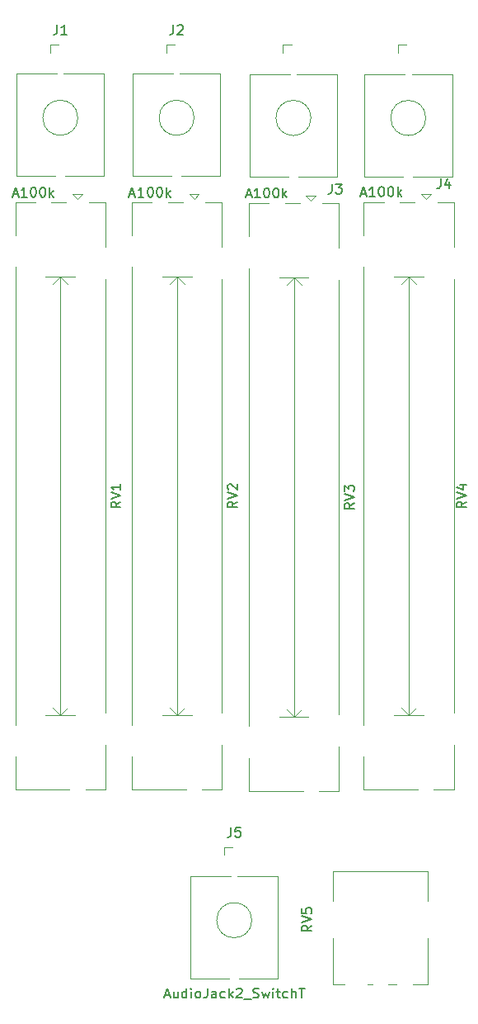
<source format=gbr>
%TF.GenerationSoftware,KiCad,Pcbnew,6.0.11+dfsg-1~bpo11+1*%
%TF.CreationDate,2023-04-14T14:38:55+08:00*%
%TF.ProjectId,MiniMix - Main,4d696e69-4d69-4782-902d-204d61696e2e,rev?*%
%TF.SameCoordinates,Original*%
%TF.FileFunction,Legend,Top*%
%TF.FilePolarity,Positive*%
%FSLAX46Y46*%
G04 Gerber Fmt 4.6, Leading zero omitted, Abs format (unit mm)*
G04 Created by KiCad (PCBNEW 6.0.11+dfsg-1~bpo11+1) date 2023-04-14 14:38:55*
%MOMM*%
%LPD*%
G01*
G04 APERTURE LIST*
%ADD10C,0.150000*%
%ADD11C,0.120000*%
G04 APERTURE END LIST*
D10*
%TO.C,RV1*%
X159331655Y-104645238D02*
X158855465Y-104978571D01*
X159331655Y-105216666D02*
X158331655Y-105216666D01*
X158331655Y-104835714D01*
X158379275Y-104740476D01*
X158426894Y-104692857D01*
X158522132Y-104645238D01*
X158664989Y-104645238D01*
X158760227Y-104692857D01*
X158807846Y-104740476D01*
X158855465Y-104835714D01*
X158855465Y-105216666D01*
X158331655Y-104359523D02*
X159331655Y-104026190D01*
X158331655Y-103692857D01*
X159331655Y-102835714D02*
X159331655Y-103407142D01*
X159331655Y-103121428D02*
X158331655Y-103121428D01*
X158474513Y-103216666D01*
X158569751Y-103311904D01*
X158617370Y-103407142D01*
X148278571Y-73116666D02*
X148754761Y-73116666D01*
X148183333Y-73402380D02*
X148516666Y-72402380D01*
X148850000Y-73402380D01*
X149707142Y-73402380D02*
X149135714Y-73402380D01*
X149421428Y-73402380D02*
X149421428Y-72402380D01*
X149326190Y-72545238D01*
X149230952Y-72640476D01*
X149135714Y-72688095D01*
X150326190Y-72402380D02*
X150421428Y-72402380D01*
X150516666Y-72450000D01*
X150564285Y-72497619D01*
X150611904Y-72592857D01*
X150659523Y-72783333D01*
X150659523Y-73021428D01*
X150611904Y-73211904D01*
X150564285Y-73307142D01*
X150516666Y-73354761D01*
X150421428Y-73402380D01*
X150326190Y-73402380D01*
X150230952Y-73354761D01*
X150183333Y-73307142D01*
X150135714Y-73211904D01*
X150088095Y-73021428D01*
X150088095Y-72783333D01*
X150135714Y-72592857D01*
X150183333Y-72497619D01*
X150230952Y-72450000D01*
X150326190Y-72402380D01*
X151278571Y-72402380D02*
X151373809Y-72402380D01*
X151469047Y-72450000D01*
X151516666Y-72497619D01*
X151564285Y-72592857D01*
X151611904Y-72783333D01*
X151611904Y-73021428D01*
X151564285Y-73211904D01*
X151516666Y-73307142D01*
X151469047Y-73354761D01*
X151373809Y-73402380D01*
X151278571Y-73402380D01*
X151183333Y-73354761D01*
X151135714Y-73307142D01*
X151088095Y-73211904D01*
X151040476Y-73021428D01*
X151040476Y-72783333D01*
X151088095Y-72592857D01*
X151135714Y-72497619D01*
X151183333Y-72450000D01*
X151278571Y-72402380D01*
X152040476Y-73402380D02*
X152040476Y-72402380D01*
X152135714Y-73021428D02*
X152421428Y-73402380D01*
X152421428Y-72735714D02*
X152040476Y-73116666D01*
%TO.C,J3*%
X181046666Y-72062380D02*
X181046666Y-72776666D01*
X180999047Y-72919523D01*
X180903809Y-73014761D01*
X180760952Y-73062380D01*
X180665714Y-73062380D01*
X181427619Y-72062380D02*
X182046666Y-72062380D01*
X181713333Y-72443333D01*
X181856190Y-72443333D01*
X181951428Y-72490952D01*
X181999047Y-72538571D01*
X182046666Y-72633809D01*
X182046666Y-72871904D01*
X181999047Y-72967142D01*
X181951428Y-73014761D01*
X181856190Y-73062380D01*
X181570476Y-73062380D01*
X181475238Y-73014761D01*
X181427619Y-72967142D01*
%TO.C,J2*%
X164745941Y-55752380D02*
X164745941Y-56466666D01*
X164698322Y-56609523D01*
X164603084Y-56704761D01*
X164460227Y-56752380D01*
X164364989Y-56752380D01*
X165174513Y-55847619D02*
X165222132Y-55800000D01*
X165317370Y-55752380D01*
X165555465Y-55752380D01*
X165650703Y-55800000D01*
X165698322Y-55847619D01*
X165745941Y-55942857D01*
X165745941Y-56038095D01*
X165698322Y-56180952D01*
X165126894Y-56752380D01*
X165745941Y-56752380D01*
%TO.C,RV4*%
X194852380Y-104645238D02*
X194376190Y-104978571D01*
X194852380Y-105216666D02*
X193852380Y-105216666D01*
X193852380Y-104835714D01*
X193900000Y-104740476D01*
X193947619Y-104692857D01*
X194042857Y-104645238D01*
X194185714Y-104645238D01*
X194280952Y-104692857D01*
X194328571Y-104740476D01*
X194376190Y-104835714D01*
X194376190Y-105216666D01*
X193852380Y-104359523D02*
X194852380Y-104026190D01*
X193852380Y-103692857D01*
X194185714Y-102930952D02*
X194852380Y-102930952D01*
X193804761Y-103169047D02*
X194519047Y-103407142D01*
X194519047Y-102788095D01*
X184028571Y-73066666D02*
X184504761Y-73066666D01*
X183933333Y-73352380D02*
X184266666Y-72352380D01*
X184600000Y-73352380D01*
X185457142Y-73352380D02*
X184885714Y-73352380D01*
X185171428Y-73352380D02*
X185171428Y-72352380D01*
X185076190Y-72495238D01*
X184980952Y-72590476D01*
X184885714Y-72638095D01*
X186076190Y-72352380D02*
X186171428Y-72352380D01*
X186266666Y-72400000D01*
X186314285Y-72447619D01*
X186361904Y-72542857D01*
X186409523Y-72733333D01*
X186409523Y-72971428D01*
X186361904Y-73161904D01*
X186314285Y-73257142D01*
X186266666Y-73304761D01*
X186171428Y-73352380D01*
X186076190Y-73352380D01*
X185980952Y-73304761D01*
X185933333Y-73257142D01*
X185885714Y-73161904D01*
X185838095Y-72971428D01*
X185838095Y-72733333D01*
X185885714Y-72542857D01*
X185933333Y-72447619D01*
X185980952Y-72400000D01*
X186076190Y-72352380D01*
X187028571Y-72352380D02*
X187123809Y-72352380D01*
X187219047Y-72400000D01*
X187266666Y-72447619D01*
X187314285Y-72542857D01*
X187361904Y-72733333D01*
X187361904Y-72971428D01*
X187314285Y-73161904D01*
X187266666Y-73257142D01*
X187219047Y-73304761D01*
X187123809Y-73352380D01*
X187028571Y-73352380D01*
X186933333Y-73304761D01*
X186885714Y-73257142D01*
X186838095Y-73161904D01*
X186790476Y-72971428D01*
X186790476Y-72733333D01*
X186838095Y-72542857D01*
X186885714Y-72447619D01*
X186933333Y-72400000D01*
X187028571Y-72352380D01*
X187790476Y-73352380D02*
X187790476Y-72352380D01*
X187885714Y-72971428D02*
X188171428Y-73352380D01*
X188171428Y-72685714D02*
X187790476Y-73066666D01*
%TO.C,RV5*%
X178952380Y-148095238D02*
X178476190Y-148428571D01*
X178952380Y-148666666D02*
X177952380Y-148666666D01*
X177952380Y-148285714D01*
X178000000Y-148190476D01*
X178047619Y-148142857D01*
X178142857Y-148095238D01*
X178285714Y-148095238D01*
X178380952Y-148142857D01*
X178428571Y-148190476D01*
X178476190Y-148285714D01*
X178476190Y-148666666D01*
X177952380Y-147809523D02*
X178952380Y-147476190D01*
X177952380Y-147142857D01*
X177952380Y-146333333D02*
X177952380Y-146809523D01*
X178428571Y-146857142D01*
X178380952Y-146809523D01*
X178333333Y-146714285D01*
X178333333Y-146476190D01*
X178380952Y-146380952D01*
X178428571Y-146333333D01*
X178523809Y-146285714D01*
X178761904Y-146285714D01*
X178857142Y-146333333D01*
X178904761Y-146380952D01*
X178952380Y-146476190D01*
X178952380Y-146714285D01*
X178904761Y-146809523D01*
X178857142Y-146857142D01*
%TO.C,J1*%
X152795941Y-55752380D02*
X152795941Y-56466666D01*
X152748322Y-56609523D01*
X152653084Y-56704761D01*
X152510227Y-56752380D01*
X152414989Y-56752380D01*
X153795941Y-56752380D02*
X153224513Y-56752380D01*
X153510227Y-56752380D02*
X153510227Y-55752380D01*
X153414989Y-55895238D01*
X153319751Y-55990476D01*
X153224513Y-56038095D01*
%TO.C,J5*%
X170666666Y-138022380D02*
X170666666Y-138736666D01*
X170619047Y-138879523D01*
X170523809Y-138974761D01*
X170380952Y-139022380D01*
X170285714Y-139022380D01*
X171619047Y-138022380D02*
X171142857Y-138022380D01*
X171095238Y-138498571D01*
X171142857Y-138450952D01*
X171238095Y-138403333D01*
X171476190Y-138403333D01*
X171571428Y-138450952D01*
X171619047Y-138498571D01*
X171666666Y-138593809D01*
X171666666Y-138831904D01*
X171619047Y-138927142D01*
X171571428Y-138974761D01*
X171476190Y-139022380D01*
X171238095Y-139022380D01*
X171142857Y-138974761D01*
X171095238Y-138927142D01*
X163857142Y-155236666D02*
X164333333Y-155236666D01*
X163761904Y-155522380D02*
X164095238Y-154522380D01*
X164428571Y-155522380D01*
X165190476Y-154855714D02*
X165190476Y-155522380D01*
X164761904Y-154855714D02*
X164761904Y-155379523D01*
X164809523Y-155474761D01*
X164904761Y-155522380D01*
X165047619Y-155522380D01*
X165142857Y-155474761D01*
X165190476Y-155427142D01*
X166095238Y-155522380D02*
X166095238Y-154522380D01*
X166095238Y-155474761D02*
X166000000Y-155522380D01*
X165809523Y-155522380D01*
X165714285Y-155474761D01*
X165666666Y-155427142D01*
X165619047Y-155331904D01*
X165619047Y-155046190D01*
X165666666Y-154950952D01*
X165714285Y-154903333D01*
X165809523Y-154855714D01*
X166000000Y-154855714D01*
X166095238Y-154903333D01*
X166571428Y-155522380D02*
X166571428Y-154855714D01*
X166571428Y-154522380D02*
X166523809Y-154570000D01*
X166571428Y-154617619D01*
X166619047Y-154570000D01*
X166571428Y-154522380D01*
X166571428Y-154617619D01*
X167190476Y-155522380D02*
X167095238Y-155474761D01*
X167047619Y-155427142D01*
X167000000Y-155331904D01*
X167000000Y-155046190D01*
X167047619Y-154950952D01*
X167095238Y-154903333D01*
X167190476Y-154855714D01*
X167333333Y-154855714D01*
X167428571Y-154903333D01*
X167476190Y-154950952D01*
X167523809Y-155046190D01*
X167523809Y-155331904D01*
X167476190Y-155427142D01*
X167428571Y-155474761D01*
X167333333Y-155522380D01*
X167190476Y-155522380D01*
X168238095Y-154522380D02*
X168238095Y-155236666D01*
X168190476Y-155379523D01*
X168095238Y-155474761D01*
X167952380Y-155522380D01*
X167857142Y-155522380D01*
X169142857Y-155522380D02*
X169142857Y-154998571D01*
X169095238Y-154903333D01*
X169000000Y-154855714D01*
X168809523Y-154855714D01*
X168714285Y-154903333D01*
X169142857Y-155474761D02*
X169047619Y-155522380D01*
X168809523Y-155522380D01*
X168714285Y-155474761D01*
X168666666Y-155379523D01*
X168666666Y-155284285D01*
X168714285Y-155189047D01*
X168809523Y-155141428D01*
X169047619Y-155141428D01*
X169142857Y-155093809D01*
X170047619Y-155474761D02*
X169952380Y-155522380D01*
X169761904Y-155522380D01*
X169666666Y-155474761D01*
X169619047Y-155427142D01*
X169571428Y-155331904D01*
X169571428Y-155046190D01*
X169619047Y-154950952D01*
X169666666Y-154903333D01*
X169761904Y-154855714D01*
X169952380Y-154855714D01*
X170047619Y-154903333D01*
X170476190Y-155522380D02*
X170476190Y-154522380D01*
X170571428Y-155141428D02*
X170857142Y-155522380D01*
X170857142Y-154855714D02*
X170476190Y-155236666D01*
X171238095Y-154617619D02*
X171285714Y-154570000D01*
X171380952Y-154522380D01*
X171619047Y-154522380D01*
X171714285Y-154570000D01*
X171761904Y-154617619D01*
X171809523Y-154712857D01*
X171809523Y-154808095D01*
X171761904Y-154950952D01*
X171190476Y-155522380D01*
X171809523Y-155522380D01*
X172000000Y-155617619D02*
X172761904Y-155617619D01*
X172952380Y-155474761D02*
X173095238Y-155522380D01*
X173333333Y-155522380D01*
X173428571Y-155474761D01*
X173476190Y-155427142D01*
X173523809Y-155331904D01*
X173523809Y-155236666D01*
X173476190Y-155141428D01*
X173428571Y-155093809D01*
X173333333Y-155046190D01*
X173142857Y-154998571D01*
X173047619Y-154950952D01*
X173000000Y-154903333D01*
X172952380Y-154808095D01*
X172952380Y-154712857D01*
X173000000Y-154617619D01*
X173047619Y-154570000D01*
X173142857Y-154522380D01*
X173380952Y-154522380D01*
X173523809Y-154570000D01*
X173857142Y-154855714D02*
X174047619Y-155522380D01*
X174238095Y-155046190D01*
X174428571Y-155522380D01*
X174619047Y-154855714D01*
X175000000Y-155522380D02*
X175000000Y-154855714D01*
X175000000Y-154522380D02*
X174952380Y-154570000D01*
X175000000Y-154617619D01*
X175047619Y-154570000D01*
X175000000Y-154522380D01*
X175000000Y-154617619D01*
X175333333Y-154855714D02*
X175714285Y-154855714D01*
X175476190Y-154522380D02*
X175476190Y-155379523D01*
X175523809Y-155474761D01*
X175619047Y-155522380D01*
X175714285Y-155522380D01*
X176476190Y-155474761D02*
X176380952Y-155522380D01*
X176190476Y-155522380D01*
X176095238Y-155474761D01*
X176047619Y-155427142D01*
X176000000Y-155331904D01*
X176000000Y-155046190D01*
X176047619Y-154950952D01*
X176095238Y-154903333D01*
X176190476Y-154855714D01*
X176380952Y-154855714D01*
X176476190Y-154903333D01*
X176904761Y-155522380D02*
X176904761Y-154522380D01*
X177333333Y-155522380D02*
X177333333Y-154998571D01*
X177285714Y-154903333D01*
X177190476Y-154855714D01*
X177047619Y-154855714D01*
X176952380Y-154903333D01*
X176904761Y-154950952D01*
X177666666Y-154522380D02*
X178238095Y-154522380D01*
X177952380Y-155522380D02*
X177952380Y-154522380D01*
%TO.C,J4*%
X192206666Y-71522380D02*
X192206666Y-72236666D01*
X192159047Y-72379523D01*
X192063809Y-72474761D01*
X191920952Y-72522380D01*
X191825714Y-72522380D01*
X193111428Y-71855714D02*
X193111428Y-72522380D01*
X192873333Y-71474761D02*
X192635238Y-72189047D01*
X193254285Y-72189047D01*
%TO.C,RV3*%
X183342380Y-104765238D02*
X182866190Y-105098571D01*
X183342380Y-105336666D02*
X182342380Y-105336666D01*
X182342380Y-104955714D01*
X182390000Y-104860476D01*
X182437619Y-104812857D01*
X182532857Y-104765238D01*
X182675714Y-104765238D01*
X182770952Y-104812857D01*
X182818571Y-104860476D01*
X182866190Y-104955714D01*
X182866190Y-105336666D01*
X182342380Y-104479523D02*
X183342380Y-104146190D01*
X182342380Y-103812857D01*
X182342380Y-103574761D02*
X182342380Y-102955714D01*
X182723333Y-103289047D01*
X182723333Y-103146190D01*
X182770952Y-103050952D01*
X182818571Y-103003333D01*
X182913809Y-102955714D01*
X183151904Y-102955714D01*
X183247142Y-103003333D01*
X183294761Y-103050952D01*
X183342380Y-103146190D01*
X183342380Y-103431904D01*
X183294761Y-103527142D01*
X183247142Y-103574761D01*
X172239296Y-73186666D02*
X172715486Y-73186666D01*
X172144058Y-73472380D02*
X172477391Y-72472380D01*
X172810725Y-73472380D01*
X173667867Y-73472380D02*
X173096439Y-73472380D01*
X173382153Y-73472380D02*
X173382153Y-72472380D01*
X173286915Y-72615238D01*
X173191677Y-72710476D01*
X173096439Y-72758095D01*
X174286915Y-72472380D02*
X174382153Y-72472380D01*
X174477391Y-72520000D01*
X174525010Y-72567619D01*
X174572629Y-72662857D01*
X174620248Y-72853333D01*
X174620248Y-73091428D01*
X174572629Y-73281904D01*
X174525010Y-73377142D01*
X174477391Y-73424761D01*
X174382153Y-73472380D01*
X174286915Y-73472380D01*
X174191677Y-73424761D01*
X174144058Y-73377142D01*
X174096439Y-73281904D01*
X174048820Y-73091428D01*
X174048820Y-72853333D01*
X174096439Y-72662857D01*
X174144058Y-72567619D01*
X174191677Y-72520000D01*
X174286915Y-72472380D01*
X175239296Y-72472380D02*
X175334534Y-72472380D01*
X175429772Y-72520000D01*
X175477391Y-72567619D01*
X175525010Y-72662857D01*
X175572629Y-72853333D01*
X175572629Y-73091428D01*
X175525010Y-73281904D01*
X175477391Y-73377142D01*
X175429772Y-73424761D01*
X175334534Y-73472380D01*
X175239296Y-73472380D01*
X175144058Y-73424761D01*
X175096439Y-73377142D01*
X175048820Y-73281904D01*
X175001201Y-73091428D01*
X175001201Y-72853333D01*
X175048820Y-72662857D01*
X175096439Y-72567619D01*
X175144058Y-72520000D01*
X175239296Y-72472380D01*
X176001201Y-73472380D02*
X176001201Y-72472380D01*
X176096439Y-73091428D02*
X176382153Y-73472380D01*
X176382153Y-72805714D02*
X176001201Y-73186666D01*
%TO.C,RV2*%
X171331655Y-104645238D02*
X170855465Y-104978571D01*
X171331655Y-105216666D02*
X170331655Y-105216666D01*
X170331655Y-104835714D01*
X170379275Y-104740476D01*
X170426894Y-104692857D01*
X170522132Y-104645238D01*
X170664989Y-104645238D01*
X170760227Y-104692857D01*
X170807846Y-104740476D01*
X170855465Y-104835714D01*
X170855465Y-105216666D01*
X170331655Y-104359523D02*
X171331655Y-104026190D01*
X170331655Y-103692857D01*
X170426894Y-103407142D02*
X170379275Y-103359523D01*
X170331655Y-103264285D01*
X170331655Y-103026190D01*
X170379275Y-102930952D01*
X170426894Y-102883333D01*
X170522132Y-102835714D01*
X170617370Y-102835714D01*
X170760227Y-102883333D01*
X171331655Y-103454761D01*
X171331655Y-102835714D01*
X160278571Y-73116666D02*
X160754761Y-73116666D01*
X160183333Y-73402380D02*
X160516666Y-72402380D01*
X160850000Y-73402380D01*
X161707142Y-73402380D02*
X161135714Y-73402380D01*
X161421428Y-73402380D02*
X161421428Y-72402380D01*
X161326190Y-72545238D01*
X161230952Y-72640476D01*
X161135714Y-72688095D01*
X162326190Y-72402380D02*
X162421428Y-72402380D01*
X162516666Y-72450000D01*
X162564285Y-72497619D01*
X162611904Y-72592857D01*
X162659523Y-72783333D01*
X162659523Y-73021428D01*
X162611904Y-73211904D01*
X162564285Y-73307142D01*
X162516666Y-73354761D01*
X162421428Y-73402380D01*
X162326190Y-73402380D01*
X162230952Y-73354761D01*
X162183333Y-73307142D01*
X162135714Y-73211904D01*
X162088095Y-73021428D01*
X162088095Y-72783333D01*
X162135714Y-72592857D01*
X162183333Y-72497619D01*
X162230952Y-72450000D01*
X162326190Y-72402380D01*
X163278571Y-72402380D02*
X163373809Y-72402380D01*
X163469047Y-72450000D01*
X163516666Y-72497619D01*
X163564285Y-72592857D01*
X163611904Y-72783333D01*
X163611904Y-73021428D01*
X163564285Y-73211904D01*
X163516666Y-73307142D01*
X163469047Y-73354761D01*
X163373809Y-73402380D01*
X163278571Y-73402380D01*
X163183333Y-73354761D01*
X163135714Y-73307142D01*
X163088095Y-73211904D01*
X163040476Y-73021428D01*
X163040476Y-72783333D01*
X163088095Y-72592857D01*
X163135714Y-72497619D01*
X163183333Y-72450000D01*
X163278571Y-72402380D01*
X164040476Y-73402380D02*
X164040476Y-72402380D01*
X164135714Y-73021428D02*
X164421428Y-73402380D01*
X164421428Y-72735714D02*
X164040476Y-73116666D01*
D11*
%TO.C,RV1*%
X153879275Y-82300000D02*
X153129275Y-81550000D01*
X154629275Y-126550000D02*
X151629275Y-126550000D01*
X154056275Y-134170000D02*
X148509275Y-134170000D01*
X153879275Y-125800000D02*
X153129275Y-126550000D01*
X157749275Y-73930000D02*
X157749275Y-78515000D01*
X148509275Y-80586000D02*
X148509275Y-127515000D01*
X153704275Y-73930000D02*
X152201275Y-73930000D01*
X153129275Y-126550000D02*
X152379275Y-125800000D01*
X154629275Y-81550000D02*
X151629275Y-81550000D01*
X148509275Y-73930000D02*
X148509275Y-77315000D01*
X154379275Y-73125000D02*
X154879275Y-73625000D01*
X148509275Y-130786000D02*
X148509275Y-134170000D01*
X154879275Y-73625000D02*
X155379275Y-73125000D01*
X150556275Y-73930000D02*
X148509275Y-73930000D01*
X155379275Y-73125000D02*
X154379275Y-73125000D01*
X157749275Y-134170000D02*
X155702275Y-134170000D01*
X153129275Y-81550000D02*
X152379275Y-82300000D01*
X157749275Y-73930000D02*
X156054275Y-73930000D01*
X153129275Y-81550000D02*
X153129275Y-126550000D01*
X157749275Y-81786000D02*
X157749275Y-126315000D01*
X157749275Y-129586000D02*
X157749275Y-134170000D01*
%TO.C,J3*%
X176019275Y-57820000D02*
X176879275Y-57820000D01*
X172579275Y-60800000D02*
X172579275Y-71300000D01*
X176579275Y-71300000D02*
X172579275Y-71300000D01*
X176019275Y-57820000D02*
X176019275Y-58620000D01*
X176729275Y-60800000D02*
X172579275Y-60800000D01*
X181579275Y-71300000D02*
X177579275Y-71300000D01*
X181579275Y-60800000D02*
X181579275Y-71300000D01*
X181579275Y-60800000D02*
X177429275Y-60800000D01*
X178879275Y-65300000D02*
G75*
G03*
X178879275Y-65300000I-1800000J0D01*
G01*
%TO.C,J2*%
X164729275Y-60780000D02*
X160579275Y-60780000D01*
X169579275Y-71280000D02*
X165579275Y-71280000D01*
X164579275Y-71280000D02*
X160579275Y-71280000D01*
X169579275Y-60780000D02*
X165429275Y-60780000D01*
X160579275Y-60780000D02*
X160579275Y-71280000D01*
X164019275Y-57800000D02*
X164879275Y-57800000D01*
X169579275Y-60780000D02*
X169579275Y-71280000D01*
X164019275Y-57800000D02*
X164019275Y-58600000D01*
X166879275Y-65280000D02*
G75*
G03*
X166879275Y-65280000I-1800000J0D01*
G01*
%TO.C,RV4*%
X188929275Y-81550000D02*
X188929275Y-126550000D01*
X190429275Y-81550000D02*
X187429275Y-81550000D01*
X193549275Y-73930000D02*
X191854275Y-73930000D01*
X184309275Y-130786000D02*
X184309275Y-134170000D01*
X188929275Y-81550000D02*
X188179275Y-82300000D01*
X190429275Y-126550000D02*
X187429275Y-126550000D01*
X191179275Y-73125000D02*
X190179275Y-73125000D01*
X193549275Y-73930000D02*
X193549275Y-78515000D01*
X186356275Y-73930000D02*
X184309275Y-73930000D01*
X193549275Y-134170000D02*
X191502275Y-134170000D01*
X188929275Y-126550000D02*
X188179275Y-125800000D01*
X189856275Y-134170000D02*
X184309275Y-134170000D01*
X189679275Y-82300000D02*
X188929275Y-81550000D01*
X184309275Y-73930000D02*
X184309275Y-77315000D01*
X189504275Y-73930000D02*
X188001275Y-73930000D01*
X189679275Y-125800000D02*
X188929275Y-126550000D01*
X193549275Y-129586000D02*
X193549275Y-134170000D01*
X190679275Y-73625000D02*
X191179275Y-73125000D01*
X190179275Y-73125000D02*
X190679275Y-73625000D01*
X184309275Y-80586000D02*
X184309275Y-127515000D01*
X193549275Y-81786000D02*
X193549275Y-126315000D01*
%TO.C,RV5*%
X190870000Y-145590000D02*
X190870000Y-142530000D01*
X181120000Y-154120000D02*
X181120000Y-149400000D01*
X185210000Y-154120000D02*
X184680000Y-154120000D01*
X187660000Y-154120000D02*
X186830000Y-154120000D01*
X181130000Y-145590000D02*
X181130000Y-142530000D01*
X190870000Y-154120000D02*
X189380000Y-154120000D01*
X190870000Y-154120000D02*
X190870000Y-149400000D01*
X182310000Y-154120000D02*
X181130000Y-154120000D01*
X190870000Y-142530000D02*
X181130000Y-142530000D01*
%TO.C,J1*%
X152069275Y-57800000D02*
X152929275Y-57800000D01*
X152779275Y-60780000D02*
X148629275Y-60780000D01*
X152629275Y-71280000D02*
X148629275Y-71280000D01*
X157629275Y-71280000D02*
X153629275Y-71280000D01*
X152069275Y-57800000D02*
X152069275Y-58600000D01*
X157629275Y-60780000D02*
X153479275Y-60780000D01*
X157629275Y-60780000D02*
X157629275Y-71280000D01*
X148629275Y-60780000D02*
X148629275Y-71280000D01*
X154929275Y-65280000D02*
G75*
G03*
X154929275Y-65280000I-1800000J0D01*
G01*
%TO.C,J5*%
X175500000Y-143050000D02*
X175500000Y-153550000D01*
X170650000Y-143050000D02*
X166500000Y-143050000D01*
X169940000Y-140070000D02*
X169940000Y-140870000D01*
X169940000Y-140070000D02*
X170800000Y-140070000D01*
X166500000Y-143050000D02*
X166500000Y-153550000D01*
X175500000Y-143050000D02*
X171350000Y-143050000D01*
X175500000Y-153550000D02*
X171500000Y-153550000D01*
X170500000Y-153550000D02*
X166500000Y-153550000D01*
X172800000Y-147550000D02*
G75*
G03*
X172800000Y-147550000I-1800000J0D01*
G01*
%TO.C,J4*%
X188529275Y-60800000D02*
X184379275Y-60800000D01*
X188379275Y-71300000D02*
X184379275Y-71300000D01*
X187819275Y-57820000D02*
X188679275Y-57820000D01*
X193379275Y-60800000D02*
X193379275Y-71300000D01*
X184379275Y-60800000D02*
X184379275Y-71300000D01*
X193379275Y-71300000D02*
X189379275Y-71300000D01*
X193379275Y-60800000D02*
X189229275Y-60800000D01*
X187819275Y-57820000D02*
X187819275Y-58620000D01*
X190679275Y-65300000D02*
G75*
G03*
X190679275Y-65300000I-1800000J0D01*
G01*
%TO.C,RV3*%
X178390000Y-73245000D02*
X178890000Y-73745000D01*
X178640000Y-81670000D02*
X175640000Y-81670000D01*
X181760000Y-81906000D02*
X181760000Y-126435000D01*
X172520000Y-74050000D02*
X172520000Y-77435000D01*
X177715000Y-74050000D02*
X176212000Y-74050000D01*
X174567000Y-74050000D02*
X172520000Y-74050000D01*
X181760000Y-74050000D02*
X181760000Y-78635000D01*
X172520000Y-80706000D02*
X172520000Y-127635000D01*
X172520000Y-130906000D02*
X172520000Y-134290000D01*
X181760000Y-129706000D02*
X181760000Y-134290000D01*
X181760000Y-74050000D02*
X180065000Y-74050000D01*
X177890000Y-125920000D02*
X177140000Y-126670000D01*
X177140000Y-126670000D02*
X176390000Y-125920000D01*
X181760000Y-134290000D02*
X179713000Y-134290000D01*
X177890000Y-82420000D02*
X177140000Y-81670000D01*
X177140000Y-81670000D02*
X177140000Y-126670000D01*
X177140000Y-81670000D02*
X176390000Y-82420000D01*
X178067000Y-134290000D02*
X172520000Y-134290000D01*
X178640000Y-126670000D02*
X175640000Y-126670000D01*
X179390000Y-73245000D02*
X178390000Y-73245000D01*
X178890000Y-73745000D02*
X179390000Y-73245000D01*
%TO.C,RV2*%
X160509275Y-80586000D02*
X160509275Y-127515000D01*
X169749275Y-73930000D02*
X169749275Y-78515000D01*
X166629275Y-126550000D02*
X163629275Y-126550000D01*
X169749275Y-129586000D02*
X169749275Y-134170000D01*
X169749275Y-81786000D02*
X169749275Y-126315000D01*
X160509275Y-130786000D02*
X160509275Y-134170000D01*
X162556275Y-73930000D02*
X160509275Y-73930000D01*
X165879275Y-125800000D02*
X165129275Y-126550000D01*
X169749275Y-134170000D02*
X167702275Y-134170000D01*
X166056275Y-134170000D02*
X160509275Y-134170000D01*
X166879275Y-73625000D02*
X167379275Y-73125000D01*
X165129275Y-81550000D02*
X164379275Y-82300000D01*
X165879275Y-82300000D02*
X165129275Y-81550000D01*
X165704275Y-73930000D02*
X164201275Y-73930000D01*
X165129275Y-126550000D02*
X164379275Y-125800000D01*
X166379275Y-73125000D02*
X166879275Y-73625000D01*
X160509275Y-73930000D02*
X160509275Y-77315000D01*
X167379275Y-73125000D02*
X166379275Y-73125000D01*
X165129275Y-81550000D02*
X165129275Y-126550000D01*
X169749275Y-73930000D02*
X168054275Y-73930000D01*
X166629275Y-81550000D02*
X163629275Y-81550000D01*
%TD*%
M02*

</source>
